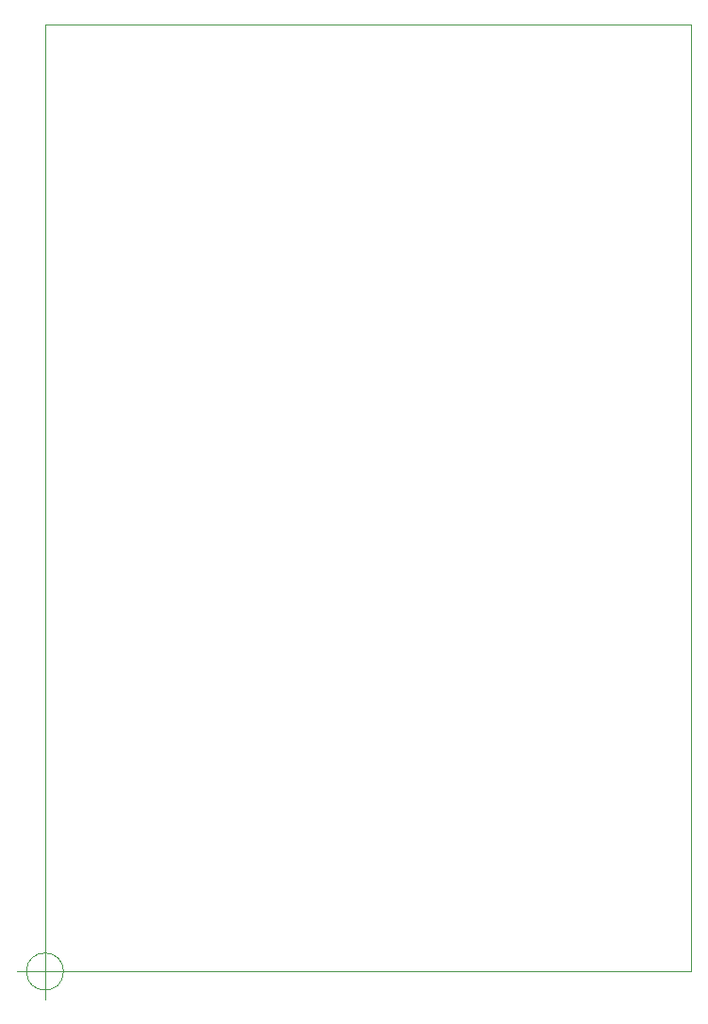
<source format=gm1>
G04 #@! TF.GenerationSoftware,KiCad,Pcbnew,(5.1.9)-1*
G04 #@! TF.CreationDate,2021-03-04T10:53:29+07:00*
G04 #@! TF.ProjectId,Motherboard Schematics,4d6f7468-6572-4626-9f61-726420536368,rev?*
G04 #@! TF.SameCoordinates,PX7ed6b40PY8b3c880*
G04 #@! TF.FileFunction,Profile,NP*
%FSLAX46Y46*%
G04 Gerber Fmt 4.6, Leading zero omitted, Abs format (unit mm)*
G04 Created by KiCad (PCBNEW (5.1.9)-1) date 2021-03-04 10:53:29*
%MOMM*%
%LPD*%
G01*
G04 APERTURE LIST*
G04 #@! TA.AperFunction,Profile*
%ADD10C,0.050000*%
G04 #@! TD*
G04 APERTURE END LIST*
D10*
X0Y0D02*
X0Y85000000D01*
X58000000Y0D02*
X0Y0D01*
X58000000Y85000000D02*
X58000000Y0D01*
X0Y85000000D02*
X58000000Y85000000D01*
X1666666Y0D02*
G75*
G03*
X1666666Y0I-1666666J0D01*
G01*
X-2500000Y0D02*
X2500000Y0D01*
X0Y2500000D02*
X0Y-2500000D01*
M02*

</source>
